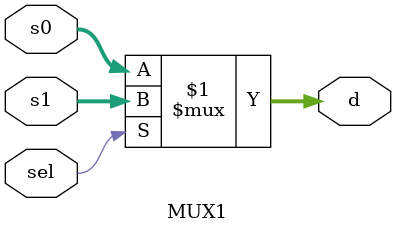
<source format=v>
`timescale 1ns / 1ps


module MUX1(
input[31:0] s0,s1,
input sel,
output [31:0] d);
assign d=sel?s1:s0;
endmodule


</source>
